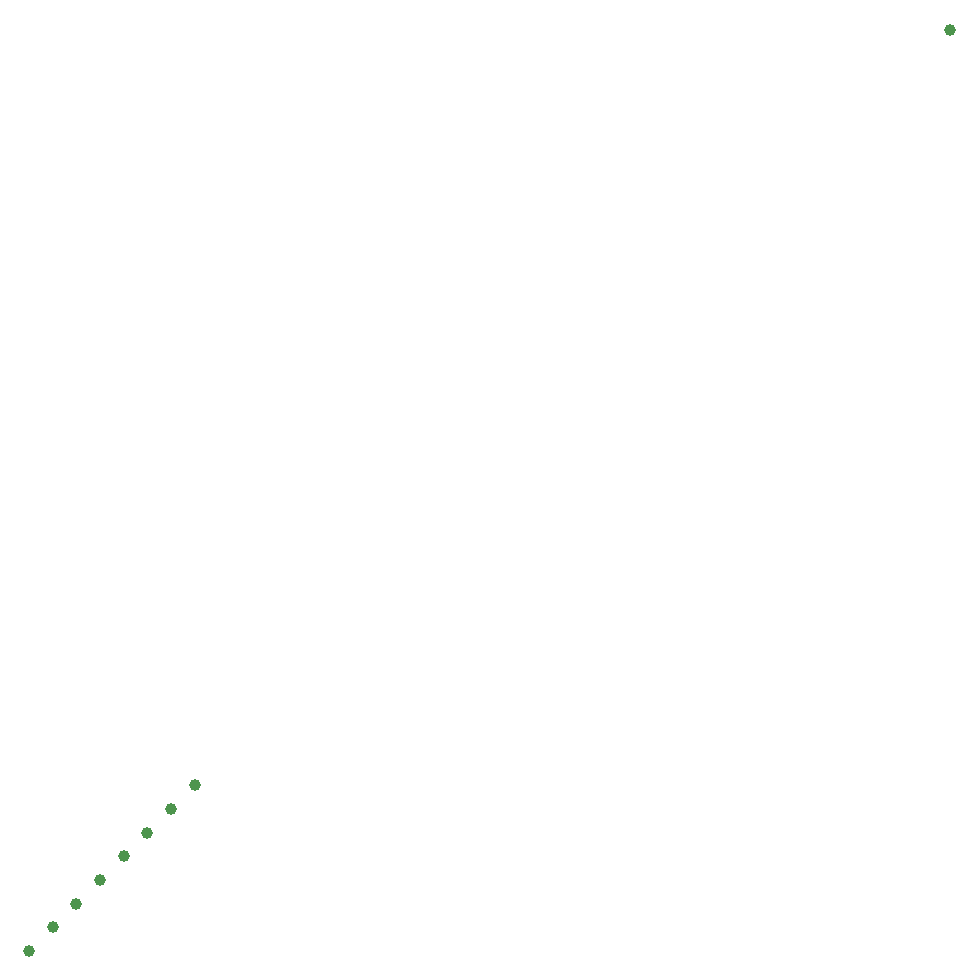
<source format=gbr>
G04 Examples for testing time performance of Gerber parsers*
%FSLAX26Y26*%
%MOMM*%
%ADD10C,1*%
%LPD*%
D10*
X0Y0D03*
X78000000Y78000000D03*
X2000000Y2000000D03*
X4000000Y4000000D03*
X6000000Y6000000D03*
X8000000Y8000000D03*
X10000000Y10000000D03*
X12000000Y12000000D03*
X14000000Y14000000D03*
M02*

</source>
